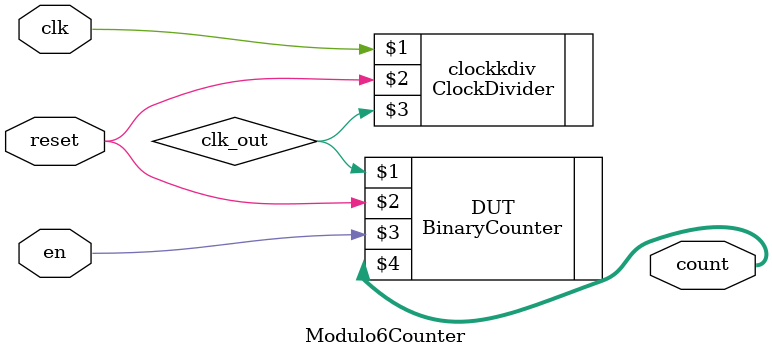
<source format=v>
`timescale 1ns / 1ps


module Modulo6Counter(input clk, reset, en,
    output [2:0] count
);
wire clk_out;
     BinaryCounter #(3, 6) DUT (clk_out, reset, en, count);
     
 ClockDivider clockkdiv (clk, reset,  clk_out);


endmodule

</source>
